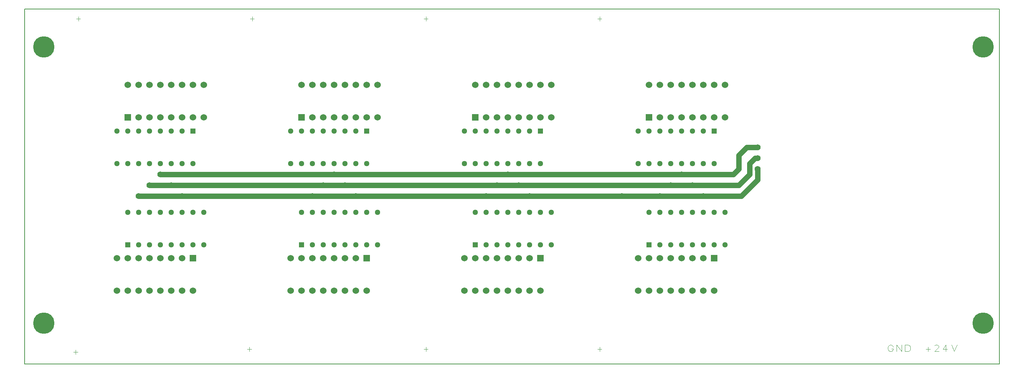
<source format=gbr>
G04 EasyPC Gerber Version 20.0.2 Build 4112 *
G04 #@! TF.Part,Single*
G04 #@! TF.FileFunction,Copper,L1,Top *
%FSLAX35Y35*%
%MOIN*%
G04 #@! TA.AperFunction,ComponentPad*
%ADD95R,0.05100X0.05100*%
%ADD97R,0.06000X0.06000*%
G04 #@! TD.AperFunction*
%ADD28C,0.00100*%
%ADD14C,0.00500*%
%ADD20C,0.05000*%
G04 #@! TA.AperFunction,ComponentPad*
%ADD96C,0.05100*%
G04 #@! TD.AperFunction*
%ADD89C,0.05600*%
%ADD15C,0.06000*%
G04 #@! TA.AperFunction,WasherPad*
%ADD94C,0.19685*%
X0Y0D02*
D02*
D14*
X250Y250D02*
X897750D01*
Y327750*
X250*
Y250*
D02*
D15*
X85250Y67750D03*
Y97750D03*
X95250Y67750D03*
Y97750D03*
Y257750D03*
X105250Y67750D03*
Y97750D03*
Y227750D03*
Y257750D03*
X115250Y67750D03*
Y97750D03*
Y227750D03*
Y257750D03*
X125250Y67750D03*
Y97750D03*
Y227750D03*
Y257750D03*
X135250Y67750D03*
Y97750D03*
Y227750D03*
Y257750D03*
X145250Y67750D03*
Y97750D03*
Y227750D03*
Y257750D03*
X155250Y67750D03*
Y227750D03*
Y257750D03*
X165250Y227750D03*
Y257750D03*
X245250Y67750D03*
Y97750D03*
X255250Y67750D03*
Y97750D03*
Y257750D03*
X265250Y67750D03*
Y97750D03*
Y227750D03*
Y257750D03*
X275250Y67750D03*
Y97750D03*
Y227750D03*
Y257750D03*
X285250Y67750D03*
Y97750D03*
Y227750D03*
Y257750D03*
X295250Y67750D03*
Y97750D03*
Y227750D03*
Y257750D03*
X305250Y67750D03*
Y97750D03*
Y227750D03*
Y257750D03*
X315250Y67750D03*
Y227750D03*
Y257750D03*
X325250Y227750D03*
Y257750D03*
X405250Y67750D03*
Y97750D03*
X415250Y67750D03*
Y97750D03*
Y257750D03*
X425250Y67750D03*
Y97750D03*
Y227750D03*
Y257750D03*
X435250Y67750D03*
Y97750D03*
Y227750D03*
Y257750D03*
X445250Y67750D03*
Y97750D03*
Y227750D03*
Y257750D03*
X455250Y67750D03*
Y97750D03*
Y227750D03*
Y257750D03*
X465250Y67750D03*
Y97750D03*
Y227750D03*
Y257750D03*
X475250Y67750D03*
Y227750D03*
Y257750D03*
X485250Y227750D03*
Y257750D03*
X565250Y67750D03*
Y97750D03*
X575250Y67750D03*
Y97750D03*
Y257750D03*
X585250Y67750D03*
Y97750D03*
Y227750D03*
Y257750D03*
X595250Y67750D03*
Y97750D03*
Y227750D03*
Y257750D03*
X605250Y67750D03*
Y97750D03*
Y227750D03*
Y257750D03*
X615250Y67750D03*
Y97750D03*
Y227750D03*
Y257750D03*
X625250Y67750D03*
Y97750D03*
Y227750D03*
Y257750D03*
X635250Y67750D03*
Y227750D03*
Y257750D03*
X645250Y227750D03*
Y257750D03*
D02*
D20*
X105250Y155250D02*
X145250D01*
X115250Y165250D02*
X135250D01*
X275250*
X145250Y155250D02*
X265250D01*
X305250*
X275250Y165250D02*
X295250D01*
X285250Y175250D02*
X445250D01*
X285250D02*
X125250D01*
X295250Y165250D02*
X435250D01*
X305250Y155250D02*
X425250D01*
X465250*
X435250Y165250D02*
X455250D01*
X445250Y175250D02*
X605250D01*
X455250Y165250D02*
X595250D01*
X465250Y155250D02*
X550250D01*
X585250*
X625250*
X595250Y165250D02*
X615250D01*
X657750*
X667750Y175250*
Y185250*
X672750Y190250*
X675250*
X625250Y155250D02*
X660250D01*
X675250Y170250*
Y180250*
Y200250D02*
X665250D01*
X657750Y192750*
Y180250*
X652750Y175250*
X605250*
D02*
D28*
X45250Y11195D02*
X49187D01*
X47219Y9226D02*
Y13163D01*
X47750Y318695D02*
X51687D01*
X49719Y316726D02*
Y320663D01*
X205250Y13695D02*
X209187D01*
X207219Y11726D02*
Y15663D01*
X207750Y318695D02*
X211687D01*
X209719Y316726D02*
Y320663D01*
X367750Y13695D02*
X371687D01*
X369719Y11726D02*
Y15663D01*
X367750Y318695D02*
X371687D01*
X369719Y316726D02*
Y320663D01*
X527750Y13695D02*
X531687D01*
X529719Y11726D02*
Y15663D01*
X527750Y318695D02*
X531687D01*
X529719Y316726D02*
Y320663D01*
X798695Y14187D02*
X800171D01*
Y13695*
X799679Y12711*
X799187Y12219*
X798203Y11726*
X797219*
X796234Y12219*
X795742Y12711*
X795250Y13695*
Y15663*
X795742Y16648*
X796234Y17140*
X797219Y17632*
X798203*
X799187Y17140*
X799679Y16648*
X800171Y15663*
X803124Y11726D02*
Y17632D01*
X808045Y11726*
Y17632*
X810998Y11726D02*
Y17632D01*
X813951*
X814935Y17140*
X815427Y16648*
X815919Y15663*
Y13695*
X815427Y12711*
X814935Y12219*
X813951Y11726*
X810998*
X830250Y13695D02*
X834187D01*
X832219Y11726D02*
Y15663D01*
X842061Y11726D02*
X838124D01*
X841569Y15171*
X842061Y16156*
X841569Y17140*
X840585Y17632*
X839108*
X838124Y17140*
X848459Y11726D02*
Y17632D01*
X845998Y13695*
X849935*
X853872Y17632D02*
X856333Y11726D01*
X858793Y17632*
D02*
D89*
X105250Y155250D03*
X115250Y165250D03*
X125250Y175250D03*
X135250Y165250D03*
X145250Y155250D03*
X265250D03*
X275250Y165250D03*
X285250Y175250D03*
X295250Y165250D03*
X305250Y155250D03*
X425250D03*
X435250Y165250D03*
X445250Y175250D03*
X455250Y165250D03*
X465250Y155250D03*
X550250D03*
X585250D03*
X595250Y165250D03*
X605250Y175250D03*
X615250Y165250D03*
X625250Y155250D03*
X675250Y180250D03*
Y190250D03*
Y200250D03*
D02*
D94*
X17750Y37750D03*
Y292750D03*
X882750Y37750D03*
Y292750D03*
D02*
D95*
X95250Y110250D03*
X155250Y215250D03*
X255250Y110250D03*
X315250Y215250D03*
X415250Y110250D03*
X475250Y215250D03*
X575250Y110250D03*
X635250Y215250D03*
D02*
D96*
X85250Y185250D03*
Y215250D03*
X95250Y140250D03*
Y185250D03*
Y215250D03*
X105250Y110250D03*
Y140250D03*
Y185250D03*
Y215250D03*
X115250Y110250D03*
Y140250D03*
Y185250D03*
Y215250D03*
X125250Y110250D03*
Y140250D03*
Y185250D03*
Y215250D03*
X135250Y110250D03*
Y140250D03*
Y185250D03*
Y215250D03*
X145250Y110250D03*
Y140250D03*
Y185250D03*
Y215250D03*
X155250Y110250D03*
Y140250D03*
Y185250D03*
X165250Y110250D03*
Y140250D03*
X245250Y185250D03*
Y215250D03*
X255250Y140250D03*
Y185250D03*
Y215250D03*
X265250Y110250D03*
Y140250D03*
Y185250D03*
Y215250D03*
X275250Y110250D03*
Y140250D03*
Y185250D03*
Y215250D03*
X285250Y110250D03*
Y140250D03*
Y185250D03*
Y215250D03*
X295250Y110250D03*
Y140250D03*
Y185250D03*
Y215250D03*
X305250Y110250D03*
Y140250D03*
Y185250D03*
Y215250D03*
X315250Y110250D03*
Y140250D03*
Y185250D03*
X325250Y110250D03*
Y140250D03*
X405250Y185250D03*
Y215250D03*
X415250Y140250D03*
Y185250D03*
Y215250D03*
X425250Y110250D03*
Y140250D03*
Y185250D03*
Y215250D03*
X435250Y110250D03*
Y140250D03*
Y185250D03*
Y215250D03*
X445250Y110250D03*
Y140250D03*
Y185250D03*
Y215250D03*
X455250Y110250D03*
Y140250D03*
Y185250D03*
Y215250D03*
X465250Y110250D03*
Y140250D03*
Y185250D03*
Y215250D03*
X475250Y110250D03*
Y140250D03*
Y185250D03*
X485250Y110250D03*
Y140250D03*
X565250Y185250D03*
Y215250D03*
X575250Y140250D03*
Y185250D03*
Y215250D03*
X585250Y110250D03*
Y140250D03*
Y185250D03*
Y215250D03*
X595250Y110250D03*
Y140250D03*
Y185250D03*
Y215250D03*
X605250Y110250D03*
Y140250D03*
Y185250D03*
Y215250D03*
X615250Y110250D03*
Y140250D03*
Y185250D03*
Y215250D03*
X625250Y110250D03*
Y140250D03*
Y185250D03*
Y215250D03*
X635250Y110250D03*
Y140250D03*
Y185250D03*
X645250Y110250D03*
Y140250D03*
D02*
D97*
X95250Y227750D03*
X155250Y97750D03*
X255250Y227750D03*
X315250Y97750D03*
X415250Y227750D03*
X475250Y97750D03*
X575250Y227750D03*
X635250Y97750D03*
X0Y0D02*
M02*

</source>
